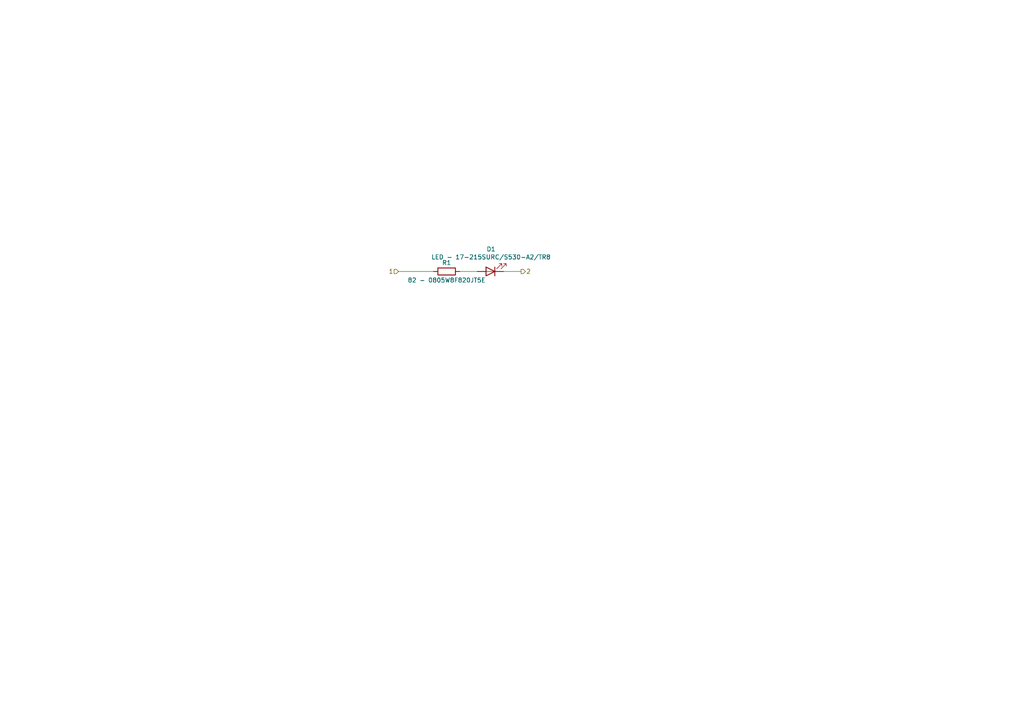
<source format=kicad_sch>
(kicad_sch (version 20231120) (generator "eeschema") (generator_version "8.0")
  (paper "A4")
  (title_block (date "2024-05-30") (rev "0.1"))
  (lib_symbols
    (symbol "Device:LED" (pin_numbers hide) (pin_names (offset 1.016) hide)
      (property "Reference" "D" (at 0 2.54 0))
      (property "Value" "LED" (at 0 -2.54 0))
      (symbol "LED_0_1"
        (polyline (pts (xy -1.27 -1.27) (xy -1.27 1.27)) (stroke (width 0.254)))
        (polyline (pts (xy -1.27 0) (xy 1.27 0)))
        (polyline (pts (xy 1.27 -1.27) (xy 1.27 1.27) (xy -1.27 0) (xy 1.27 -1.27)) (stroke (width 0.254)))
        (polyline (pts (xy -3.048 -0.762) (xy -4.572 -2.286) (xy -3.81 -2.286) (xy -4.572 -2.286) (xy -4.572 -1.524)))
        (polyline (pts (xy -1.778 -0.762) (xy -3.302 -2.286) (xy -2.54 -2.286) (xy -3.302 -2.286) (xy -3.302 -1.524)))
      )
      (symbol "LED_1_1"
        (pin passive line (at -3.81 0 0) (length 2.54) (name "K") (number "1"))
        (pin passive line (at 3.81 0 180) (length 2.54) (name "A") (number "2"))
      )
    )
    (symbol "Device:R" (pin_numbers hide) (pin_names (offset 0))
      (property "Reference" "R" (at 2.032 0 90))
      (property "Value" "R" (at 0 0 90))
      (symbol "R_0_1"
        (rectangle (start -1.016 -2.54) (end 1.016 2.54) (stroke (width 0.254)))
      )
      (symbol "R_1_1"
        (pin passive line (at 0 3.81 270) (length 1.27) (name "~") (number "1"))
        (pin passive line (at 0 -3.81 90) (length 1.27) (name "~") (number "2"))
      )
    )
  )
  (wire (pts (xy 115.57 78.74) (xy 125.73 78.74)))
  (wire (pts (xy 146.05 78.74) (xy 151.13 78.74)))
  (wire (pts (xy 133.35 78.74) (xy 138.43 78.74)))
  (hierarchical_label "1" (shape input) (at 115.57 78.74 180))
  (hierarchical_label "2" (shape output) (at 151.13 78.74 0))
  (symbol (lib_id "Device:LED") (at 142.24 78.74 180) (unit 1)
    (property "Reference" "D1" (at 142.4178 72.263 0))
    (property "Value" "LED - 17-215SURC/S530-A2/TR8" (at 142.4178 74.5744 0))
    (property "Footprint" "LED_SMD:LED_1206_3216Metric" (effects (hide yes)))
  )
  (symbol (lib_id "Device:R") (at 129.54 78.74 90) (unit 1)
    (property "Reference" "R1" (at 129.54 76.2 90))
    (property "Value" "82 - 0805W8F820JT5E" (at 129.54 81.28 90))
    (property "Footprint" "Resistor_SMD:R_0805_2012Metric" (effects (hide yes)))
  )
)
</source>
